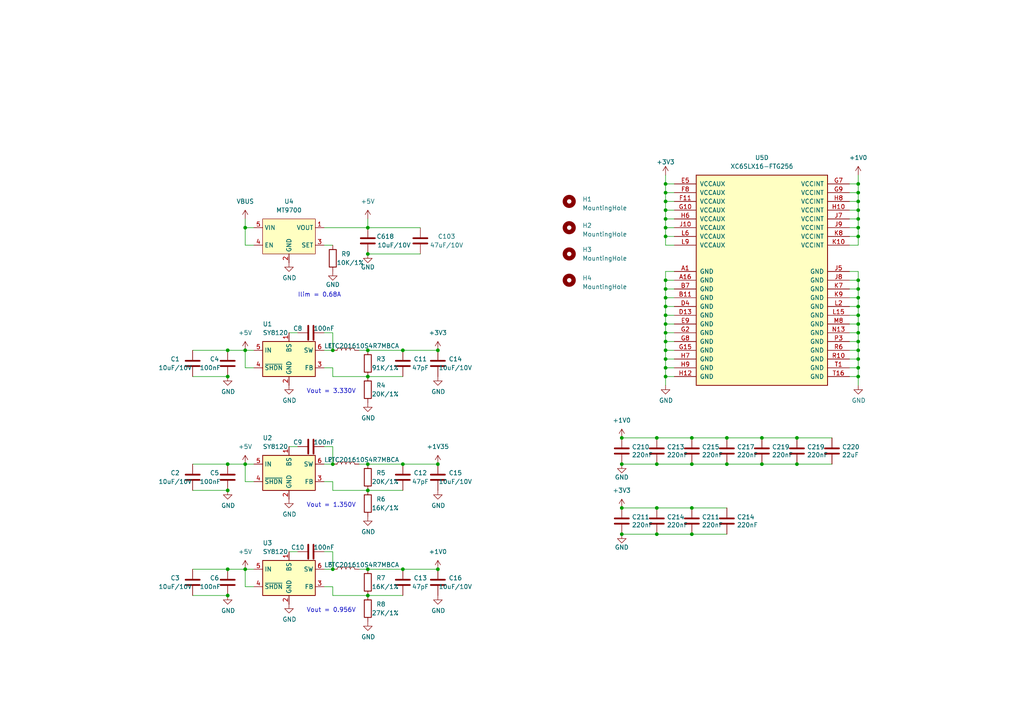
<source format=kicad_sch>
(kicad_sch (version 20230121) (generator eeschema)
  (paper "A4")
  (title_block (title "Caster EPDC") (date "2022-07-03") (rev "R0.4") (company "Copyright 2022 Modos / Engineer: Wenting Zhang"))
  (junction (at 248.92 68.58))
  (junction (at 66.04 101.6))
  (junction (at 116.84 134.62))
  (junction (at 248.92 66.04))
  (junction (at 200.66 127) (diameter 0.9144))
  (junction (at 190.5 147.32))
  (junction (at 96.52 165.1))
  (junction (at 106.68 165.1) (diameter 0.9144))
  (junction (at 200.66 147.32))
  (junction (at 248.92 91.44))
  (junction (at 193.04 81.28))
  (junction (at 106.68 134.62) (diameter 0.9144))
  (junction (at 193.04 60.96))
  (junction (at 231.14 134.62))
  (junction (at 71.12 165.1) (diameter 0.9144))
  (junction (at 106.68 73.66))
  (junction (at 193.04 104.14))
  (junction (at 71.12 101.6) (diameter 0.9144))
  (junction (at 248.92 109.22))
  (junction (at 106.68 109.22) (diameter 0.9144))
  (junction (at 193.04 91.44))
  (junction (at 106.68 172.72) (diameter 0.9144))
  (junction (at 248.92 93.98))
  (junction (at 193.04 68.58))
  (junction (at 220.98 127))
  (junction (at 193.04 101.6))
  (junction (at 193.04 93.98))
  (junction (at 116.84 101.6))
  (junction (at 210.82 134.62) (diameter 0.9144))
  (junction (at 248.92 86.36))
  (junction (at 248.92 58.42))
  (junction (at 248.92 106.68))
  (junction (at 193.04 53.34))
  (junction (at 127 101.6))
  (junction (at 127 165.1))
  (junction (at 193.04 63.5))
  (junction (at 220.98 134.62))
  (junction (at 106.68 101.6) (diameter 0.9144))
  (junction (at 71.12 134.62) (diameter 0.9144))
  (junction (at 248.92 88.9))
  (junction (at 248.92 83.82))
  (junction (at 116.84 165.1))
  (junction (at 200.66 134.62) (diameter 0.9144))
  (junction (at 106.68 142.24) (diameter 0.9144))
  (junction (at 248.92 99.06))
  (junction (at 248.92 81.28))
  (junction (at 66.04 142.24) (diameter 0.9144))
  (junction (at 193.04 96.52))
  (junction (at 193.04 58.42))
  (junction (at 127 134.62))
  (junction (at 248.92 63.5))
  (junction (at 180.34 147.32))
  (junction (at 190.5 154.94))
  (junction (at 96.52 134.62))
  (junction (at 193.04 55.88))
  (junction (at 193.04 109.22))
  (junction (at 71.12 66.04))
  (junction (at 96.52 101.6))
  (junction (at 248.92 101.6))
  (junction (at 193.04 99.06))
  (junction (at 66.04 134.62))
  (junction (at 231.14 127))
  (junction (at 248.92 104.14))
  (junction (at 66.04 172.72) (diameter 0.9144))
  (junction (at 106.68 66.04))
  (junction (at 193.04 106.68))
  (junction (at 193.04 66.04))
  (junction (at 180.34 154.94))
  (junction (at 193.04 86.36))
  (junction (at 210.82 127) (diameter 0.9144))
  (junction (at 180.34 127))
  (junction (at 190.5 134.62) (diameter 0.9144))
  (junction (at 200.66 154.94))
  (junction (at 66.04 165.1))
  (junction (at 66.04 109.22) (diameter 0.9144))
  (junction (at 248.92 96.52))
  (junction (at 180.34 134.62) (diameter 0.9144))
  (junction (at 248.92 60.96))
  (junction (at 193.04 88.9))
  (junction (at 248.92 55.88))
  (junction (at 248.92 53.34))
  (junction (at 190.5 127) (diameter 0.9144))
  (junction (at 193.04 83.82))
  (wire (pts (xy 193.04 101.6) (xy 195.58 101.6)))
  (wire (pts (xy 106.68 134.62) (xy 104.14 134.62)))
  (wire (pts (xy 83.82 160.02) (xy 86.36 160.02)))
  (wire (pts (xy 121.92 73.66) (xy 106.68 73.66)))
  (wire (pts (xy 71.12 134.62) (xy 73.66 134.62)))
  (wire (pts (xy 66.04 101.6) (xy 71.12 101.6)))
  (wire (pts (xy 193.04 53.34) (xy 195.58 53.34)))
  (wire (pts (xy 246.38 78.74) (xy 248.92 78.74)))
  (wire (pts (xy 93.98 71.12) (xy 96.52 71.12)))
  (wire (pts (xy 248.92 101.6) (xy 248.92 104.14)))
  (wire (pts (xy 71.12 66.04) (xy 73.66 66.04)))
  (wire (pts (xy 121.92 66.04) (xy 106.68 66.04)))
  (wire (pts (xy 193.04 81.28) (xy 195.58 81.28)))
  (wire (pts (xy 96.52 101.6) (xy 93.98 101.6)))
  (wire (pts (xy 93.98 129.54) (xy 96.52 129.54)))
  (wire (pts (xy 248.92 81.28) (xy 246.38 81.28)))
  (wire (pts (xy 71.12 71.12) (xy 73.66 71.12)))
  (wire (pts (xy 248.92 58.42) (xy 248.92 60.96)))
  (wire (pts (xy 73.66 139.7) (xy 71.12 139.7)))
  (wire (pts (xy 210.82 134.62) (xy 220.98 134.62)))
  (wire (pts (xy 116.84 101.6) (xy 127 101.6)))
  (wire (pts (xy 248.92 58.42) (xy 246.38 58.42)))
  (wire (pts (xy 248.92 99.06) (xy 246.38 99.06)))
  (wire (pts (xy 200.66 147.32) (xy 210.82 147.32)))
  (wire (pts (xy 248.92 106.68) (xy 248.92 109.22)))
  (wire (pts (xy 106.68 172.72) (xy 116.84 172.72)))
  (wire (pts (xy 96.52 170.18) (xy 96.52 172.72)))
  (wire (pts (xy 93.98 170.18) (xy 96.52 170.18)))
  (wire (pts (xy 55.88 172.72) (xy 66.04 172.72)))
  (wire (pts (xy 106.68 109.22) (xy 96.52 109.22)))
  (wire (pts (xy 193.04 58.42) (xy 195.58 58.42)))
  (wire (pts (xy 66.04 165.1) (xy 71.12 165.1)))
  (wire (pts (xy 193.04 106.68) (xy 195.58 106.68)))
  (wire (pts (xy 200.66 134.62) (xy 190.5 134.62)))
  (wire (pts (xy 193.04 83.82) (xy 195.58 83.82)))
  (wire (pts (xy 190.5 154.94) (xy 200.66 154.94)))
  (wire (pts (xy 248.92 53.34) (xy 246.38 53.34)))
  (wire (pts (xy 248.92 109.22) (xy 248.92 111.76)))
  (wire (pts (xy 200.66 127) (xy 190.5 127)))
  (wire (pts (xy 248.92 106.68) (xy 246.38 106.68)))
  (wire (pts (xy 193.04 63.5) (xy 195.58 63.5)))
  (wire (pts (xy 248.92 86.36) (xy 248.92 88.9)))
  (wire (pts (xy 248.92 55.88) (xy 246.38 55.88)))
  (wire (pts (xy 71.12 63.5) (xy 71.12 66.04)))
  (wire (pts (xy 248.92 50.8) (xy 248.92 53.34)))
  (wire (pts (xy 248.92 71.12) (xy 246.38 71.12)))
  (wire (pts (xy 193.04 109.22) (xy 195.58 109.22)))
  (wire (pts (xy 248.92 104.14) (xy 246.38 104.14)))
  (wire (pts (xy 248.92 68.58) (xy 248.92 71.12)))
  (wire (pts (xy 193.04 86.36) (xy 195.58 86.36)))
  (wire (pts (xy 193.04 96.52) (xy 195.58 96.52)))
  (wire (pts (xy 55.88 109.22) (xy 66.04 109.22)))
  (wire (pts (xy 248.92 55.88) (xy 248.92 58.42)))
  (wire (pts (xy 116.84 134.62) (xy 127 134.62)))
  (wire (pts (xy 248.92 81.28) (xy 248.92 83.82)))
  (wire (pts (xy 106.68 101.6) (xy 104.14 101.6)))
  (wire (pts (xy 248.92 83.82) (xy 248.92 86.36)))
  (wire (pts (xy 96.52 106.68) (xy 96.52 109.22)))
  (wire (pts (xy 93.98 106.68) (xy 96.52 106.68)))
  (wire (pts (xy 71.12 106.68) (xy 71.12 101.6)))
  (wire (pts (xy 83.82 96.52) (xy 86.36 96.52)))
  (wire (pts (xy 248.92 109.22) (xy 246.38 109.22)))
  (wire (pts (xy 231.14 127) (xy 241.3 127)))
  (wire (pts (xy 106.68 142.24) (xy 116.84 142.24)))
  (wire (pts (xy 96.52 160.02) (xy 96.52 165.1)))
  (wire (pts (xy 71.12 165.1) (xy 73.66 165.1)))
  (wire (pts (xy 193.04 99.06) (xy 195.58 99.06)))
  (wire (pts (xy 248.92 83.82) (xy 246.38 83.82)))
  (wire (pts (xy 106.68 172.72) (xy 96.52 172.72)))
  (wire (pts (xy 248.92 99.06) (xy 248.92 101.6)))
  (wire (pts (xy 190.5 154.94) (xy 180.34 154.94)))
  (wire (pts (xy 193.04 55.88) (xy 195.58 55.88)))
  (wire (pts (xy 200.66 154.94) (xy 210.82 154.94)))
  (wire (pts (xy 106.68 134.62) (xy 116.84 134.62)))
  (wire (pts (xy 248.92 91.44) (xy 248.92 93.98)))
  (wire (pts (xy 73.66 106.68) (xy 71.12 106.68)))
  (wire (pts (xy 248.92 91.44) (xy 246.38 91.44)))
  (wire (pts (xy 248.92 63.5) (xy 246.38 63.5)))
  (wire (pts (xy 71.12 101.6) (xy 73.66 101.6)))
  (wire (pts (xy 55.88 134.62) (xy 66.04 134.62)))
  (wire (pts (xy 96.52 96.52) (xy 96.52 101.6)))
  (wire (pts (xy 93.98 139.7) (xy 96.52 139.7)))
  (wire (pts (xy 248.92 60.96) (xy 246.38 60.96)))
  (wire (pts (xy 71.12 139.7) (xy 71.12 134.62)))
  (wire (pts (xy 248.92 96.52) (xy 248.92 99.06)))
  (wire (pts (xy 220.98 127) (xy 231.14 127)))
  (wire (pts (xy 106.68 66.04) (xy 106.68 63.5)))
  (wire (pts (xy 248.92 53.34) (xy 248.92 55.88)))
  (wire (pts (xy 193.04 60.96) (xy 195.58 60.96)))
  (wire (pts (xy 248.92 88.9) (xy 246.38 88.9)))
  (wire (pts (xy 193.04 66.04) (xy 195.58 66.04)))
  (wire (pts (xy 248.92 93.98) (xy 248.92 96.52)))
  (wire (pts (xy 248.92 78.74) (xy 248.92 81.28)))
  (wire (pts (xy 248.92 66.04) (xy 248.92 68.58)))
  (wire (pts (xy 248.92 68.58) (xy 246.38 68.58)))
  (wire (pts (xy 55.88 165.1) (xy 66.04 165.1)))
  (wire (pts (xy 231.14 134.62) (xy 241.3 134.62)))
  (wire (pts (xy 248.92 93.98) (xy 246.38 93.98)))
  (wire (pts (xy 193.04 68.58) (xy 195.58 68.58)))
  (wire (pts (xy 96.52 129.54) (xy 96.52 134.62)))
  (wire (pts (xy 193.04 50.8) (xy 193.04 53.34)))
  (wire (pts (xy 193.04 53.34) (xy 193.04 55.88)))
  (wire (pts (xy 193.04 55.88) (xy 193.04 58.42)))
  (wire (pts (xy 193.04 58.42) (xy 193.04 60.96)))
  (wire (pts (xy 193.04 60.96) (xy 193.04 63.5)))
  (wire (pts (xy 193.04 63.5) (xy 193.04 66.04)))
  (wire (pts (xy 193.04 66.04) (xy 193.04 68.58)))
  (wire (pts (xy 193.04 68.58) (xy 193.04 71.12)))
  (wire (pts (xy 193.04 71.12) (xy 195.58 71.12)))
  (wire (pts (xy 71.12 170.18) (xy 71.12 165.1)))
  (wire (pts (xy 210.82 134.62) (xy 200.66 134.62)))
  (wire (pts (xy 83.82 129.54) (xy 86.36 129.54)))
  (wire (pts (xy 180.34 147.32) (xy 190.5 147.32)))
  (wire (pts (xy 96.52 165.1) (xy 93.98 165.1)))
  (wire (pts (xy 55.88 142.24) (xy 66.04 142.24)))
  (wire (pts (xy 96.52 134.62) (xy 93.98 134.62)))
  (wire (pts (xy 93.98 66.04) (xy 106.68 66.04)))
  (wire (pts (xy 106.68 142.24) (xy 96.52 142.24)))
  (wire (pts (xy 106.68 109.22) (xy 116.84 109.22)))
  (wire (pts (xy 248.92 101.6) (xy 246.38 101.6)))
  (wire (pts (xy 210.82 127) (xy 200.66 127)))
  (wire (pts (xy 193.04 104.14) (xy 195.58 104.14)))
  (wire (pts (xy 66.04 134.62) (xy 71.12 134.62)))
  (wire (pts (xy 248.92 86.36) (xy 246.38 86.36)))
  (wire (pts (xy 220.98 134.62) (xy 231.14 134.62)))
  (wire (pts (xy 193.04 91.44) (xy 195.58 91.44)))
  (wire (pts (xy 73.66 170.18) (xy 71.12 170.18)))
  (wire (pts (xy 71.12 66.04) (xy 71.12 71.12)))
  (wire (pts (xy 106.68 165.1) (xy 104.14 165.1)))
  (wire (pts (xy 193.04 88.9) (xy 195.58 88.9)))
  (wire (pts (xy 248.92 63.5) (xy 248.92 66.04)))
  (wire (pts (xy 190.5 134.62) (xy 180.34 134.62)))
  (wire (pts (xy 248.92 96.52) (xy 246.38 96.52)))
  (wire (pts (xy 116.84 165.1) (xy 127 165.1)))
  (wire (pts (xy 248.92 60.96) (xy 248.92 63.5)))
  (wire (pts (xy 190.5 147.32) (xy 200.66 147.32)))
  (wire (pts (xy 93.98 96.52) (xy 96.52 96.52)))
  (wire (pts (xy 106.68 165.1) (xy 116.84 165.1)))
  (wire (pts (xy 193.04 93.98) (xy 195.58 93.98)))
  (wire (pts (xy 193.04 78.74) (xy 193.04 81.28)))
  (wire (pts (xy 195.58 78.74) (xy 193.04 78.74)))
  (wire (pts (xy 193.04 81.28) (xy 193.04 83.82)))
  (wire (pts (xy 193.04 83.82) (xy 193.04 86.36)))
  (wire (pts (xy 193.04 99.06) (xy 193.04 101.6)))
  (wire (pts (xy 193.04 101.6) (xy 193.04 104.14)))
  (wire (pts (xy 193.04 91.44) (xy 193.04 93.98)))
  (wire (pts (xy 193.04 93.98) (xy 193.04 96.52)))
  (wire (pts (xy 193.04 96.52) (xy 193.04 99.06)))
  (wire (pts (xy 193.04 86.36) (xy 193.04 88.9)))
  (wire (pts (xy 193.04 88.9) (xy 193.04 91.44)))
  (wire (pts (xy 193.04 104.14) (xy 193.04 106.68)))
  (wire (pts (xy 193.04 106.68) (xy 193.04 109.22)))
  (wire (pts (xy 193.04 109.22) (xy 193.04 111.76)))
  (wire (pts (xy 248.92 88.9) (xy 248.92 91.44)))
  (wire (pts (xy 106.68 101.6) (xy 116.84 101.6)))
  (wire (pts (xy 248.92 104.14) (xy 248.92 106.68)))
  (wire (pts (xy 180.34 127) (xy 190.5 127)))
  (wire (pts (xy 248.92 66.04) (xy 246.38 66.04)))
  (wire (pts (xy 210.82 127) (xy 220.98 127)))
  (wire (pts (xy 55.88 101.6) (xy 66.04 101.6)))
  (wire (pts (xy 96.52 139.7) (xy 96.52 142.24)))
  (wire (pts (xy 93.98 160.02) (xy 96.52 160.02)))
  (text "Vout = 1.350V" (at 88.9 147.32 0) (effects (font (size 1.27 1.27)) (justify left bottom)))
  (text "Ilim = 0.68A" (at 86.36 86.36 0) (effects (font (size 1.27 1.27)) (justify left bottom)))
  (text "Vout = 0.956V" (at 88.9 177.8 0) (effects (font (size 1.27 1.27)) (justify left bottom)))
  (text "Vout = 3.330V" (at 88.9 114.3 0) (effects (font (size 1.27 1.27)) (justify left bottom)))
  (symbol (lib_id "power:GND") (at 127 142.24 0) (unit 1)
    (property "Reference" "#PWR023" (effects hide))
    (property "Value" "GND" (at 127.127 146.6342 0))
    (instances (project "pcb" (path "" (reference "#PWR023") (unit 1))) (project "pcb" (path "" (reference "#PWR022") (unit 1))) (project "pcb" (path "" (reference "#PWR021") (unit 1))))
  )
  (symbol (lib_id "Device:R") (at 106.68 168.91 180) (unit 1)
    (property "Reference" "R7" (at 110.49 167.64 0))
    (property "Value" "16K/1%" (at 111.76 170.18 0))
    (property "Footprint" "Resistor_SMD:R_0402_1005Metric" (effects hide))
  )
  (symbol (lib_id "power:GND") (at 193.04 111.76 0) (unit 1)
    (property "Reference" "#PWR031" (effects hide))
    (property "Value" "GND" (at 193.167 116.1542 0))
  )
  (symbol (lib_id "power:+1V35") (at 127 134.62 0) (unit 1)
    (property "Reference" "#PWR022" (effects hide))
    (property "Value" "+1V35" (at 127 129.54 0))
    (instances (project "pcb" (path "" (reference "#PWR022") (unit 1))) (project "pcb" (path "" (reference "#PWR021") (unit 1))))
  )
  (symbol (lib_id "power:GND") (at 96.52 78.74 0) (mirror y) (unit 1)
    (property "Reference" "#PWR0134" (effects hide))
    (property "Value" "GND" (at 96.52 82.55 0))
    (instances (project "pcb" (path "" (reference "#PWR0134") (unit 1)) (path "" (reference "#PWR019") (unit 1)) (path "" (reference "#PWR0412") (unit 1))) (project "pcb" (path "" (reference "#PWR030") (unit 1))))
  )
  (symbol (lib_id "Device:C") (at 127 138.43 180) (unit 1)
    (property "Reference" "C15" (at 132.08 137.16 0))
    (property "Value" "10uF/10V" (at 132.08 139.7 0))
    (property "Footprint" "Capacitor_SMD:C_0805_2012Metric" (effects hide))
    (instances (project "pcb" (path "" (reference "C15") (unit 1))) (project "pcb" (path "" (reference "C19") (unit 1))) (project "pcb" (path "" (reference "C15") (unit 1))))
  )
  (symbol (lib_id "Device:C") (at 200.66 151.13 0) (unit 1)
    (property "Reference" "C211" (at 203.581 149.9616 0) (effects (justify left)))
    (property "Value" "220nF" (at 203.581 152.273 0) (effects (justify left)))
    (property "Footprint" "Capacitor_SMD:C_0402_1005Metric" (effects hide))
    (property "LCSC" "C880414" (effects hide))
    (property "Ref.Price" "0.0036" (effects hide))
    (instances (project "pcb" (path "" (reference "C211") (unit 1)) (path "" (reference "C57") (unit 1))))
  )
  (symbol (lib_id "Device:R") (at 106.68 113.03 180) (unit 1)
    (property "Reference" "R4" (at 110.49 111.76 0))
    (property "Value" "20K/1%" (at 111.76 114.3 0))
    (property "Footprint" "Resistor_SMD:R_0402_1005Metric" (effects hide))
    (instances (project "pcb" (path "" (reference "R4") (unit 1))) (project "pcb" (path "" (reference "R2") (unit 1))) (project "pcb" (path "" (reference "R8") (unit 1))))
  )
  (symbol (lib_id "power:+5V") (at 106.68 63.5 0) (unit 1)
    (property "Reference" "#PWR0135" (effects hide))
    (property "Value" "+5V" (at 106.68 58.42 0))
    (instances (project "pcb" (path "" (reference "#PWR0135") (unit 1)) (path "" (reference "#PWR026") (unit 1))) (project "pcb" (path "" (reference "#PWR031") (unit 1))))
  )
  (symbol (lib_id "power:+1V0") (at 180.34 127 0) (unit 1)
    (property "Reference" "#PWR028" (effects hide))
    (property "Value" "+1V0" (at 180.34 121.92 0))
    (instances (project "pcb" (path "" (reference "#PWR028") (unit 1))) (project "pcb" (path "" (reference "#PWR023") (unit 1))))
  )
  (symbol (lib_id "Device:L") (at 100.33 101.6 90) (unit 1)
    (property "Reference" "L1" (at 95.25 100.33 90))
    (property "Value" "FTC201610S4R7MBCA" (at 105.41 100.33 90))
    (property "Footprint" "Inductor_SMD:L_Murata_DFE201610P" (effects hide))
    (instances (project "pcb" (path "" (reference "L1") (unit 1))) (project "pcb" (path "" (reference "L1") (unit 1))) (project "pcb" (path "" (reference "L2") (unit 1))))
  )
  (symbol (lib_id "power:GND") (at 127 172.72 0) (unit 1)
    (property "Reference" "#PWR025" (effects hide))
    (property "Value" "GND" (at 127.127 177.1142 0))
    (instances (project "pcb" (path "" (reference "#PWR025") (unit 1))) (project "pcb" (path "" (reference "#PWR024") (unit 1))) (project "pcb" (path "" (reference "#PWR021") (unit 1))))
  )
  (symbol (lib_id "Device:C") (at 190.5 151.13 0) (unit 1)
    (property "Reference" "C214" (at 193.421 149.9616 0) (effects (justify left)))
    (property "Value" "220nF" (at 193.421 152.273 0) (effects (justify left)))
    (property "Footprint" "Capacitor_SMD:C_0402_1005Metric" (effects hide))
    (property "LCSC" "C880414" (effects hide))
    (property "Ref.Price" "0.0036" (effects hide))
    (instances (project "pcb" (path "" (reference "C214") (unit 1)) (path "" (reference "C25") (unit 1))))
  )
  (symbol (lib_id "Device:L") (at 100.33 134.62 90) (unit 1)
    (property "Reference" "L2" (at 95.25 133.35 90))
    (property "Value" "FTC201610S4R7MBCA" (at 105.41 133.35 90))
    (property "Footprint" "Inductor_SMD:L_Murata_DFE201610P" (effects hide))
    (instances (project "pcb" (path "" (reference "L2") (unit 1))) (project "pcb" (path "" (reference "L3") (unit 1))) (project "pcb" (path "" (reference "L2") (unit 1))))
  )
  (symbol (lib_id "Device:C") (at 116.84 138.43 180) (unit 1)
    (property "Reference" "C12" (at 121.92 137.16 0))
    (property "Value" "47pF" (at 121.92 139.7 0))
    (property "Footprint" "Capacitor_SMD:C_0402_1005Metric" (effects hide))
    (instances (project "pcb" (path "" (reference "C12") (unit 1))) (project "pcb" (path "" (reference "C15") (unit 1))) (project "pcb" (path "" (reference "C13") (unit 1))))
  )
  (symbol (lib_id "symbols:SY8120") (at 83.82 167.64 0) (unit 1)
    (property "Reference" "U3" (at 76.2 157.48 0) (effects (justify left)))
    (property "Value" "SY8120" (at 76.2 160.02 0) (effects (justify left)))
    (property "Footprint" "Package_TO_SOT_SMD:TSOT-23-6" (effects hide))
    (instances (project "pcb" (path "" (reference "U3") (unit 1))) (project "pcb" (path "" (reference "U4") (unit 1))))
  )
  (symbol (lib_id "power:+1V0") (at 248.92 50.8 0) (unit 1)
    (property "Reference" "#PWR034" (effects hide))
    (property "Value" "+1V0" (at 248.92 45.72 0))
    (instances (project "pcb" (path "" (reference "#PWR034") (unit 1))) (project "pcb" (path "" (reference "#PWR023") (unit 1))))
  )
  (symbol (lib_id "power:GND") (at 106.68 116.84 0) (unit 1)
    (property "Reference" "#PWR015" (effects hide))
    (property "Value" "GND" (at 106.807 121.2342 0))
    (instances (project "pcb" (path "" (reference "#PWR015") (unit 1))) (project "pcb" (path "" (reference "#PWR013") (unit 1))) (project "pcb" (path "" (reference "#PWR017") (unit 1))))
  )
  (symbol (lib_id "Device:C") (at 90.17 160.02 270) (unit 1)
    (property "Reference" "C10" (at 86.36 158.75 90))
    (property "Value" "100nF" (at 93.98 158.75 90))
    (property "Footprint" "Capacitor_SMD:C_0402_1005Metric" (effects hide))
    (instances (project "pcb" (path "" (reference "C10") (unit 1))) (project "pcb" (path "" (reference "C12") (unit 1))) (project "pcb" (path "" (reference "C13") (unit 1))))
  )
  (symbol (lib_id "Device:R") (at 96.52 74.93 180) (unit 1)
    (property "Reference" "R9" (at 100.33 73.66 0))
    (property "Value" "10K/1%" (at 101.6 76.2 0))
    (property "Footprint" "Resistor_SMD:R_0402_1005Metric" (effects hide))
    (instances (project "pcb" (path "" (reference "R9") (unit 1)) (path "" (reference "R401") (unit 1))) (project "pcb" (path "" (reference "R9") (unit 1))) (project "pcb" (path "" (reference "R7") (unit 1))))
  )
  (symbol (lib_id "Device:L") (at 100.33 165.1 90) (unit 1)
    (property "Reference" "L3" (at 95.25 163.83 90))
    (property "Value" "FTC201610S4R7MBCA" (at 105.41 163.83 90))
    (property "Footprint" "Inductor_SMD:L_Murata_DFE201610P" (effects hide))
    (instances (project "pcb" (path "" (reference "L3") (unit 1))) (project "pcb" (path "" (reference "L4") (unit 1))) (project "pcb" (path "" (reference "L2") (unit 1))))
  )
  (symbol (lib_id "Device:R") (at 106.68 138.43 180) (unit 1)
    (property "Reference" "R5" (at 110.49 137.16 0))
    (property "Value" "20K/1%" (at 111.76 139.7 0))
    (property "Footprint" "Resistor_SMD:R_0402_1005Metric" (effects hide))
    (instances (project "pcb" (path "" (reference "R5") (unit 1))) (project "pcb" (path "" (reference "R5") (unit 1))) (project "pcb" (path "" (reference "R7") (unit 1))))
  )
  (symbol (lib_id "Device:R") (at 106.68 146.05 180) (unit 1)
    (property "Reference" "R6" (at 110.49 144.78 0))
    (property "Value" "16K/1%" (at 111.76 147.32 0))
    (property "Footprint" "Resistor_SMD:R_0402_1005Metric" (effects hide))
    (instances (project "pcb" (path "" (reference "R6") (unit 1))) (project "pcb" (path "" (reference "R6") (unit 1))) (project "pcb" (path "" (reference "R8") (unit 1))))
  )
  (symbol (lib_id "symbols:SY8120") (at 83.82 104.14 0) (unit 1)
    (property "Reference" "U1" (at 76.2 93.98 0) (effects (justify left)))
    (property "Value" "SY8120" (at 76.2 96.52 0) (effects (justify left)))
    (property "Footprint" "Package_TO_SOT_SMD:TSOT-23-6" (effects hide))
  )
  (symbol (lib_id "Device:C") (at 66.04 105.41 180) (unit 1)
    (property "Reference" "C4" (at 62.23 104.14 0))
    (property "Value" "100nF" (at 60.96 106.68 0))
    (property "Footprint" "Capacitor_SMD:C_0402_1005Metric" (effects hide))
    (instances (project "pcb" (path "" (reference "C4") (unit 1))) (project "pcb" (path "" (reference "C5") (unit 1))) (project "pcb" (path "" (reference "C12") (unit 1))))
  )
  (symbol (lib_id "Device:C") (at 231.14 130.81 0) (unit 1)
    (property "Reference" "C219" (at 234.061 129.6416 0) (effects (justify left)))
    (property "Value" "220nF" (at 234.061 131.953 0) (effects (justify left)))
    (property "Footprint" "Capacitor_SMD:C_0402_1005Metric" (effects hide))
    (property "LCSC" "C880414" (effects hide))
    (property "Ref.Price" "0.0036" (effects hide))
    (instances (project "pcb" (path "" (reference "C219") (unit 1)) (path "" (reference "C59") (unit 1))))
  )
  (symbol (lib_id "Device:C") (at 55.88 138.43 180) (unit 1)
    (property "Reference" "C2" (at 50.8 137.16 0))
    (property "Value" "10uF/10V" (at 50.8 139.7 0))
    (property "Footprint" "Capacitor_SMD:C_0805_2012Metric" (effects hide))
    (instances (project "pcb" (path "" (reference "C2") (unit 1))) (project "pcb" (path "" (reference "C3") (unit 1))) (project "pcb" (path "" (reference "C10") (unit 1))))
  )
  (symbol (lib_id "Device:C") (at 55.88 105.41 180) (unit 1)
    (property "Reference" "C1" (at 50.8 104.14 0))
    (property "Value" "10uF/10V" (at 50.8 106.68 0))
    (property "Footprint" "Capacitor_SMD:C_0805_2012Metric" (effects hide))
    (instances (project "pcb" (path "" (reference "C1") (unit 1))) (project "pcb" (path "" (reference "C1") (unit 1))) (project "pcb" (path "" (reference "C10") (unit 1))))
  )
  (symbol (lib_id "Device:C") (at 127 105.41 180) (unit 1)
    (property "Reference" "C14" (at 132.08 104.14 0))
    (property "Value" "10uF/10V" (at 132.08 106.68 0))
    (property "Footprint" "Capacitor_SMD:C_0805_2012Metric" (effects hide))
    (instances (project "pcb" (path "" (reference "C14") (unit 1))) (project "pcb" (path "" (reference "C17") (unit 1))) (project "pcb" (path "" (reference "C15") (unit 1))))
  )
  (symbol (lib_id "Device:C") (at 220.98 130.81 0) (unit 1)
    (property "Reference" "C219" (at 223.901 129.6416 0) (effects (justify left)))
    (property "Value" "220nF" (at 223.901 131.953 0) (effects (justify left)))
    (property "Footprint" "Capacitor_SMD:C_0402_1005Metric" (effects hide))
    (property "LCSC" "C880414" (effects hide))
    (property "Ref.Price" "0.0036" (effects hide))
    (instances (project "pcb" (path "" (reference "C219") (unit 1)) (path "" (reference "C22") (unit 1))))
  )
  (symbol (lib_id "power:GND") (at 127 109.22 0) (unit 1)
    (property "Reference" "#PWR021" (effects hide))
    (property "Value" "GND" (at 127.127 113.6142 0))
    (instances (project "pcb" (path "" (reference "#PWR021") (unit 1))) (project "pcb" (path "" (reference "#PWR018") (unit 1))) (project "pcb" (path "" (reference "#PWR021") (unit 1))))
  )
  (symbol (lib_id "Mechanical:MountingHole") (at 165.1 66.04 0) (unit 1)
    (property "Reference" "H2" (at 168.91 65.4049 0) (effects (justify left)))
    (property "Value" "MountingHole" (at 168.91 67.9449 0) (effects (justify left)))
    (property "Footprint" "MountingHole:MountingHole_2.2mm_M2_DIN965" (effects hide))
  )
  (symbol (lib_id "Mechanical:MountingHole") (at 165.1 81.28 0) (unit 1)
    (property "Reference" "H4" (at 168.91 80.6449 0) (effects (justify left)))
    (property "Value" "MountingHole" (at 168.91 83.1849 0) (effects (justify left)))
    (property "Footprint" "MountingHole:MountingHole_2.2mm_M2_DIN965" (effects hide))
  )
  (symbol (lib_id "Device:R") (at 106.68 176.53 180) (unit 1)
    (property "Reference" "R8" (at 110.49 175.26 0))
    (property "Value" "27K/1%" (at 111.76 177.8 0))
    (property "Footprint" "Resistor_SMD:R_0402_1005Metric" (effects hide))
  )
  (symbol (lib_id "power:GND") (at 66.04 142.24 0) (unit 1)
    (property "Reference" "#PWR03" (effects hide))
    (property "Value" "GND" (at 66.167 146.6342 0))
    (instances (project "pcb" (path "" (reference "#PWR03") (unit 1))) (project "pcb" (path "" (reference "#PWR03") (unit 1))) (project "pcb" (path "" (reference "#PWR010") (unit 1))))
  )
  (symbol (lib_id "Device:C") (at 90.17 96.52 270) (unit 1)
    (property "Reference" "C8" (at 86.36 95.25 90))
    (property "Value" "100nF" (at 93.98 95.25 90))
    (property "Footprint" "Capacitor_SMD:C_0402_1005Metric" (effects hide))
    (instances (project "pcb" (path "" (reference "C8") (unit 1))) (project "pcb" (path "" (reference "C9") (unit 1))) (project "pcb" (path "" (reference "C13") (unit 1))))
  )
  (symbol (lib_id "Device:C") (at 200.66 130.81 0) (unit 1)
    (property "Reference" "C215" (at 203.581 129.6416 0) (effects (justify left)))
    (property "Value" "220nF" (at 203.581 131.953 0) (effects (justify left)))
    (property "Footprint" "Capacitor_SMD:C_0402_1005Metric" (effects hide))
    (property "LCSC" "C880414" (effects hide))
    (property "Ref.Price" "0.0036" (effects hide))
    (instances (project "pcb" (path "" (reference "C215") (unit 1)) (path "" (reference "C20") (unit 1))))
  )
  (symbol (lib_id "power:GND") (at 66.04 109.22 0) (unit 1)
    (property "Reference" "#PWR02" (effects hide))
    (property "Value" "GND" (at 66.167 113.6142 0))
    (instances (project "pcb" (path "" (reference "#PWR02") (unit 1))) (project "pcb" (path "" (reference "#PWR01") (unit 1))) (project "pcb" (path "" (reference "#PWR010") (unit 1))))
  )
  (symbol (lib_id "power:GND") (at 248.92 111.76 0) (unit 1)
    (property "Reference" "#PWR035" (effects hide))
    (property "Value" "GND" (at 249.047 116.1542 0))
  )
  (symbol (lib_id "power:GND") (at 106.68 149.86 0) (unit 1)
    (property "Reference" "#PWR016" (effects hide))
    (property "Value" "GND" (at 106.807 154.2542 0))
    (instances (project "pcb" (path "" (reference "#PWR016") (unit 1))) (project "pcb" (path "" (reference "#PWR015") (unit 1))) (project "pcb" (path "" (reference "#PWR017") (unit 1))))
  )
  (symbol (lib_id "power:+5V") (at 71.12 101.6 0) (unit 1)
    (property "Reference" "#PWR06" (effects hide))
    (property "Value" "+5V" (at 71.12 96.52 0))
    (instances (project "pcb" (path "" (reference "#PWR06") (unit 1))) (project "pcb" (path "" (reference "#PWR05") (unit 1))))
  )
  (symbol (lib_id "power:GND") (at 106.68 180.34 0) (unit 1)
    (property "Reference" "#PWR017" (effects hide))
    (property "Value" "GND" (at 106.807 184.7342 0))
    (instances (project "pcb" (path "" (reference "#PWR017") (unit 1))) (project "pcb" (path "" (reference "#PWR016") (unit 1))) (project "pcb" (path "" (reference "#PWR017") (unit 1))))
  )
  (symbol (lib_id "Device:C") (at 121.92 69.85 0) (mirror x) (unit 1)
    (property "Reference" "C103" (at 129.54 68.58 0))
    (property "Value" "47uF/10V" (at 129.54 71.12 0))
    (property "Footprint" "Capacitor_SMD:C_1206_3216Metric" (effects hide))
    (property "LCSC" "C105490" (effects hide))
    (property "Ref.Price" "0.0165" (effects hide))
    (instances (project "pcb" (path "" (reference "C103") (unit 1)) (path "" (reference "C55") (unit 1))) (project "pcb" (path "" (reference "C22") (unit 1))))
  )
  (symbol (lib_id "Device:C") (at 106.68 69.85 0) (mirror x) (unit 1)
    (property "Reference" "C618" (at 111.76 68.58 0))
    (property "Value" "10uF/10V" (at 114.3 71.12 0))
    (property "Footprint" "Capacitor_SMD:C_0805_2012Metric" (effects hide))
    (property "LCSC" "C105490" (effects hide))
    (property "Ref.Price" "0.0165" (effects hide))
    (instances (project "pcb" (path "" (reference "C618") (unit 1)) (path "" (reference "C17") (unit 1))) (project "pcb" (path "" (reference "C27") (unit 1))))
  )
  (symbol (lib_id "Device:C") (at 210.82 151.13 0) (unit 1)
    (property "Reference" "C214" (at 213.741 149.9616 0) (effects (justify left)))
    (property "Value" "220nF" (at 213.741 152.273 0) (effects (justify left)))
    (property "Footprint" "Capacitor_SMD:C_0402_1005Metric" (effects hide))
    (property "LCSC" "C880414" (effects hide))
    (property "Ref.Price" "0.0036" (effects hide))
    (instances (project "pcb" (path "" (reference "C214") (unit 1)) (path "" (reference "C58") (unit 1))))
  )
  (symbol (lib_id "power:+3V3") (at 127 101.6 0) (unit 1)
    (property "Reference" "#PWR020" (effects hide))
    (property "Value" "+3V3" (at 127 96.52 0))
    (instances (project "pcb" (path "" (reference "#PWR020") (unit 1))) (project "pcb" (path "" (reference "#PWR017") (unit 1))) (project "pcb" (path "" (reference "#PWR020") (unit 1))))
  )
  (symbol (lib_id "symbols:SY8120") (at 83.82 137.16 0) (unit 1)
    (property "Reference" "U2" (at 76.2 127 0) (effects (justify left)))
    (property "Value" "SY8120" (at 76.2 129.54 0) (effects (justify left)))
    (property "Footprint" "Package_TO_SOT_SMD:TSOT-23-6" (effects hide))
    (instances (project "pcb" (path "" (reference "U2") (unit 1))) (project "pcb" (path "" (reference "U3") (unit 1))))
  )
  (symbol (lib_id "power:GND") (at 83.82 76.2 0) (unit 1)
    (property "Reference" "#PWR0132" (effects hide))
    (property "Value" "GND" (at 83.947 80.5942 0))
    (instances (project "pcb" (path "" (reference "#PWR0132") (unit 1)) (path "" (reference "#PWR018") (unit 1)) (path "" (reference "#PWR0411") (unit 1))) (project "pcb" (path "" (reference "#PWR029") (unit 1))))
  )
  (symbol (lib_id "power:GND") (at 106.68 73.66 0) (mirror y) (unit 1)
    (property "Reference" "#PWR0134" (effects hide))
    (property "Value" "GND" (at 106.68 77.47 0))
    (instances (project "pcb" (path "" (reference "#PWR0134") (unit 1)) (path "" (reference "#PWR027") (unit 1))) (project "pcb" (path "" (reference "#PWR032") (unit 1))))
  )
  (symbol (lib_id "Device:C") (at 66.04 138.43 180) (unit 1)
    (property "Reference" "C5" (at 62.23 137.16 0))
    (property "Value" "100nF" (at 60.96 139.7 0))
    (property "Footprint" "Capacitor_SMD:C_0402_1005Metric" (effects hide))
    (instances (project "pcb" (path "" (reference "C5") (unit 1))) (project "pcb" (path "" (reference "C7") (unit 1))) (project "pcb" (path "" (reference "C12") (unit 1))))
  )
  (symbol (lib_id "Device:C") (at 55.88 168.91 180) (unit 1)
    (property "Reference" "C3" (at 50.8 167.64 0))
    (property "Value" "10uF/10V" (at 50.8 170.18 0))
    (property "Footprint" "Capacitor_SMD:C_0805_2012Metric" (effects hide))
    (instances (project "pcb" (path "" (reference "C3") (unit 1))) (project "pcb" (path "" (reference "C4") (unit 1))) (project "pcb" (path "" (reference "C10") (unit 1))))
  )
  (symbol (lib_id "power:+3V3") (at 180.34 147.32 0) (unit 1)
    (property "Reference" "#PWR0128" (effects hide))
    (property "Value" "+3V3" (at 180.34 142.24 0))
    (instances (project "pcb" (path "" (reference "#PWR0128") (unit 1)) (path "" (reference "#PWR032") (unit 1))))
  )
  (symbol (lib_id "Device:C") (at 116.84 105.41 180) (unit 1)
    (property "Reference" "C11" (at 121.92 104.14 0))
    (property "Value" "47pF" (at 121.92 106.68 0))
    (property "Footprint" "Capacitor_SMD:C_0402_1005Metric" (effects hide))
    (instances (project "pcb" (path "" (reference "C11") (unit 1))) (project "pcb" (path "" (reference "C13") (unit 1))) (project "pcb" (path "" (reference "C13") (unit 1))))
  )
  (symbol (lib_id "Device:C") (at 180.34 151.13 0) (unit 1)
    (property "Reference" "C211" (at 183.261 149.9616 0) (effects (justify left)))
    (property "Value" "220nF" (at 183.261 152.273 0) (effects (justify left)))
    (property "Footprint" "Capacitor_SMD:C_0402_1005Metric" (effects hide))
    (property "LCSC" "C880414" (effects hide))
    (property "Ref.Price" "0.0036" (effects hide))
    (instances (project "pcb" (path "" (reference "C211") (unit 1)) (path "" (reference "C24") (unit 1))))
  )
  (symbol (lib_id "Device:C") (at 116.84 168.91 180) (unit 1)
    (property "Reference" "C13" (at 121.92 167.64 0))
    (property "Value" "47pF" (at 121.92 170.18 0))
    (property "Footprint" "Capacitor_SMD:C_0402_1005Metric" (effects hide))
    (instances (project "pcb" (path "" (reference "C13") (unit 1))) (project "pcb" (path "" (reference "C16") (unit 1))) (project "pcb" (path "" (reference "C13") (unit 1))))
  )
  (symbol (lib_id "Mechanical:MountingHole") (at 165.1 73.66 0) (unit 1)
    (property "Reference" "H3" (at 168.91 72.39 0) (effects (justify left)))
    (property "Value" "MountingHole" (at 168.91 74.93 0) (effects (justify left)))
    (property "Footprint" "MountingHole:MountingHole_2.2mm_M2_DIN965" (effects hide))
  )
  (symbol (lib_id "Device:C") (at 66.04 168.91 180) (unit 1)
    (property "Reference" "C6" (at 62.23 167.64 0))
    (property "Value" "100nF" (at 60.96 170.18 0))
    (property "Footprint" "Capacitor_SMD:C_0402_1005Metric" (effects hide))
    (instances (project "pcb" (path "" (reference "C6") (unit 1))) (project "pcb" (path "" (reference "C8") (unit 1))) (project "pcb" (path "" (reference "C12") (unit 1))))
  )
  (symbol (lib_id "Mechanical:MountingHole") (at 165.1 58.42 0) (unit 1)
    (property "Reference" "H1" (at 168.91 57.7849 0) (effects (justify left)))
    (property "Value" "MountingHole" (at 168.91 60.3249 0) (effects (justify left)))
    (property "Footprint" "MountingHole:MountingHole_2.2mm_M2_DIN965" (effects hide))
  )
  (symbol (lib_id "FPGA_Xilinx_Spartan6:XC6SLX16-FTG256") (at 220.98 81.28 0) (unit 4)
    (property "Reference" "U5" (at 220.98 45.72 0))
    (property "Value" "XC6SLX16-FTG256" (at 220.98 48.26 0))
    (property "Footprint" "footprints:Xilinx_FTG256" (effects hide))
    (property "LCSC" "C39313" (effects hide))
    (property "Ref.Price" "7.4837" (effects hide))
  )
  (symbol (lib_id "Device:C") (at 190.5 130.81 0) (unit 1)
    (property "Reference" "C213" (at 193.421 129.6416 0) (effects (justify left)))
    (property "Value" "220nF" (at 193.421 131.953 0) (effects (justify left)))
    (property "Footprint" "Capacitor_SMD:C_0402_1005Metric" (effects hide))
    (property "LCSC" "C880414" (effects hide))
    (property "Ref.Price" "0.0036" (effects hide))
    (instances (project "pcb" (path "" (reference "C213") (unit 1)) (path "" (reference "C19") (unit 1))))
  )
  (symbol (lib_id "Device:C") (at 241.3 130.81 0) (unit 1)
    (property "Reference" "C220" (at 244.221 129.6416 0) (effects (justify left)))
    (property "Value" "22uF" (at 244.221 131.953 0) (effects (justify left)))
    (property "Footprint" "Capacitor_SMD:C_0603_1608Metric" (effects hide))
    (property "LCSC" "C94018" (effects hide))
    (property "Ref.Price" "0.0301" (effects hide))
    (instances (project "pcb" (path "" (reference "C220") (unit 1)) (path "" (reference "C23") (unit 1))))
  )
  (symbol (lib_id "power:+1V0") (at 127 165.1 0) (unit 1)
    (property "Reference" "#PWR024" (effects hide))
    (property "Value" "+1V0" (at 127 160.02 0))
    (instances (project "pcb" (path "" (reference "#PWR024") (unit 1))) (project "pcb" (path "" (reference "#PWR023") (unit 1))))
  )
  (symbol (lib_id "power:VBUS") (at 71.12 63.5 0) (unit 1)
    (property "Reference" "#PWR0142" (effects hide))
    (property "Value" "VBUS" (at 71.12 58.42 0))
    (instances (project "pcb" (path "" (reference "#PWR0142") (unit 1)) (path "" (reference "#PWR013") (unit 1))) (project "pcb" (path "" (reference "#PWR0171") (unit 1))))
  )
  (symbol (lib_id "power:GND") (at 180.34 134.62 0) (unit 1)
    (property "Reference" "#PWR0210" (effects hide))
    (property "Value" "GND" (at 180.34 138.43 0))
    (instances (project "pcb" (path "" (reference "#PWR0210") (unit 1)) (path "" (reference "#PWR029") (unit 1))))
  )
  (symbol (lib_id "power:+5V") (at 71.12 165.1 0) (unit 1)
    (property "Reference" "#PWR08" (effects hide))
    (property "Value" "+5V" (at 71.12 160.02 0))
  )
  (symbol (lib_id "power:GND") (at 180.34 154.94 0) (unit 1)
    (property "Reference" "#PWR0212" (effects hide))
    (property "Value" "GND" (at 180.34 158.75 0))
    (instances (project "pcb" (path "" (reference "#PWR0212") (unit 1)) (path "" (reference "#PWR033") (unit 1))))
  )
  (symbol (lib_id "Device:R") (at 106.68 105.41 180) (unit 1)
    (property "Reference" "R3" (at 110.49 104.14 0))
    (property "Value" "91K/1%" (at 111.76 106.68 0))
    (property "Footprint" "Resistor_SMD:R_0402_1005Metric" (effects hide))
    (instances (project "pcb" (path "" (reference "R3") (unit 1))) (project "pcb" (path "" (reference "R1") (unit 1))) (project "pcb" (path "" (reference "R7") (unit 1))))
  )
  (symbol (lib_id "power:GND") (at 66.04 172.72 0) (unit 1)
    (property "Reference" "#PWR04" (effects hide))
    (property "Value" "GND" (at 66.167 177.1142 0))
    (instances (project "pcb" (path "" (reference "#PWR04") (unit 1))) (project "pcb" (path "" (reference "#PWR04") (unit 1))) (project "pcb" (path "" (reference "#PWR010") (unit 1))))
  )
  (symbol (lib_id "Device:C") (at 180.34 130.81 0) (unit 1)
    (property "Reference" "C210" (at 183.261 129.6416 0) (effects (justify left)))
    (property "Value" "220nF" (at 183.261 131.953 0) (effects (justify left)))
    (property "Footprint" "Capacitor_SMD:C_0402_1005Metric" (effects hide))
    (property "LCSC" "C880414" (effects hide))
    (property "Ref.Price" "0.0036" (effects hide))
    (instances (project "pcb" (path "" (reference "C210") (unit 1)) (path "" (reference "C18") (unit 1))))
  )
  (symbol (lib_id "symbols:MT9700") (at 83.82 68.58 0) (unit 1)
    (property "Reference" "U4" (at 83.82 58.42 0))
    (property "Value" "MT9700" (at 83.82 60.96 0))
    (property "Footprint" "Package_TO_SOT_SMD:SOT-23-5" (effects hide))
    (instances (project "pcb" (path "" (reference "U4") (unit 1)) (path "" (reference "U407") (unit 1))) (project "pcb" (path "" (reference "U5") (unit 1))))
  )
  (symbol (lib_id "power:GND") (at 83.82 144.78 0) (unit 1)
    (property "Reference" "#PWR011" (effects hide))
    (property "Value" "GND" (at 83.947 149.1742 0))
    (instances (project "pcb" (path "" (reference "#PWR011") (unit 1))) (project "pcb" (path "" (reference "#PWR011") (unit 1))) (project "pcb" (path "" (reference "#PWR014") (unit 1))))
  )
  (symbol (lib_id "power:GND") (at 83.82 175.26 0) (unit 1)
    (property "Reference" "#PWR012" (effects hide))
    (property "Value" "GND" (at 83.947 179.6542 0))
    (instances (project "pcb" (path "" (reference "#PWR012") (unit 1))) (project "pcb" (path "" (reference "#PWR012") (unit 1))) (project "pcb" (path "" (reference "#PWR014") (unit 1))))
  )
  (symbol (lib_id "power:GND") (at 83.82 111.76 0) (unit 1)
    (property "Reference" "#PWR010" (effects hide))
    (property "Value" "GND" (at 83.947 116.1542 0))
    (instances (project "pcb" (path "" (reference "#PWR010") (unit 1))) (project "pcb" (path "" (reference "#PWR09") (unit 1))) (project "pcb" (path "" (reference "#PWR014") (unit 1))))
  )
  (symbol (lib_id "Device:C") (at 210.82 130.81 0) (unit 1)
    (property "Reference" "C217" (at 213.741 129.6416 0) (effects (justify left)))
    (property "Value" "220nF" (at 213.741 131.953 0) (effects (justify left)))
    (property "Footprint" "Capacitor_SMD:C_0402_1005Metric" (effects hide))
    (property "LCSC" "C880414" (effects hide))
    (property "Ref.Price" "0.0036" (effects hide))
    (instances (project "pcb" (path "" (reference "C217") (unit 1)) (path "" (reference "C21") (unit 1))))
  )
  (symbol (lib_id "Device:C") (at 127 168.91 180) (unit 1)
    (property "Reference" "C16" (at 132.08 167.64 0))
    (property "Value" "10uF/10V" (at 132.08 170.18 0))
    (property "Footprint" "Capacitor_SMD:C_0805_2012Metric" (effects hide))
    (instances (project "pcb" (path "" (reference "C16") (unit 1))) (project "pcb" (path "" (reference "C20") (unit 1))) (project "pcb" (path "" (reference "C15") (unit 1))))
  )
  (symbol (lib_id "Device:C") (at 90.17 129.54 270) (unit 1)
    (property "Reference" "C9" (at 86.36 128.27 90))
    (property "Value" "100nF" (at 93.98 128.27 90))
    (property "Footprint" "Capacitor_SMD:C_0402_1005Metric" (effects hide))
    (instances (project "pcb" (path "" (reference "C9") (unit 1))) (project "pcb" (path "" (reference "C11") (unit 1))) (project "pcb" (path "" (reference "C13") (unit 1))))
  )
  (symbol (lib_id "power:+3V3") (at 193.04 50.8 0) (unit 1)
    (property "Reference" "#PWR030" (effects hide))
    (property "Value" "+3V3" (at 193.04 46.99 0))
  )
  (symbol (lib_id "power:+5V") (at 71.12 134.62 0) (unit 1)
    (property "Reference" "#PWR07" (effects hide))
    (property "Value" "+5V" (at 71.12 129.54 0))
  )
)
</source>
